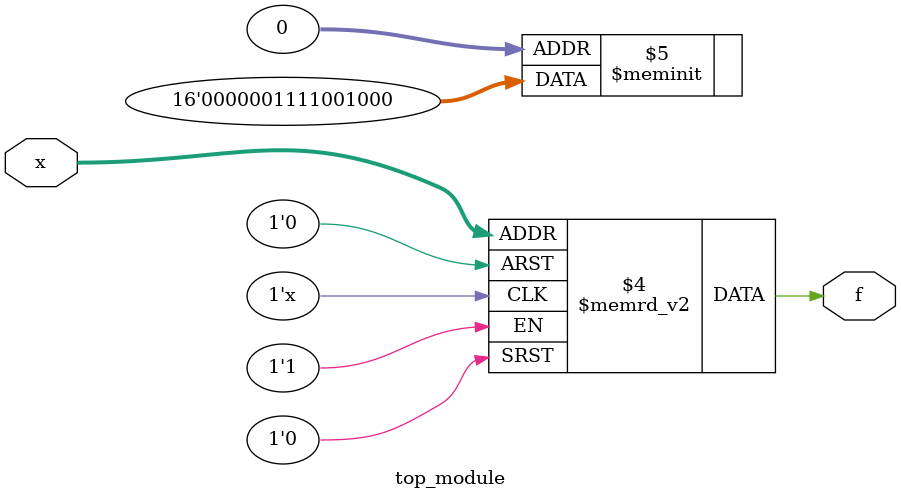
<source format=sv>
module top_module (
    input [4:1] x,
    output logic f
);

always_comb begin
    case ({x[4], x[3], x[2], x[1]})
        4'b0001: f = 1'b0;
        4'b0010: f = 1'b0;
        4'b0011: f = 1'b1;
        4'b0100: f = 1'b0;
        4'b0101: f = 1'b0;
        4'b0110: f = 1'b1;
        4'b0111: f = 1'b1;
        4'b1000: f = 1'b1;
        4'b1001: f = 1'b1;
        4'b1010: f = 1'b0;
        4'b1011: f = 1'b0;
        4'b1100: f = 1'b0;
        4'b1101: f = 1'b0;
        4'b1110: f = 1'b0;
        4'b1111: f = 1'b0;
        default: f = 1'b0; // Don't-care case
    endcase
end

endmodule

</source>
